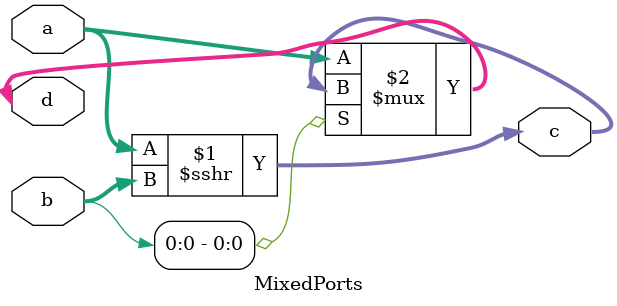
<source format=sv>
module MixedPorts(
  input  signed [5:0] a,
  input  signed [5:0] b,
  output signed [5:0] c,
  inout  signed [5:0] d
);

  // Signed right shift operation with signed variable shift amount
  assign c = a >>> b;
  
  // Inout port connection - drive d based on b[0]
  assign d = (b[0]) ? c : a;

endmodule
</source>
